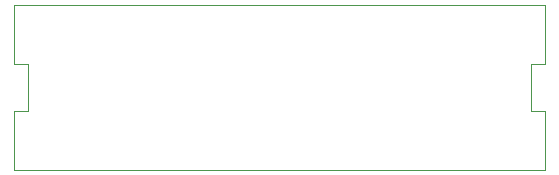
<source format=gbr>
%TF.GenerationSoftware,KiCad,Pcbnew,(6.0.0)*%
%TF.CreationDate,2022-02-18T01:59:25+09:00*%
%TF.ProjectId,mic pre,6d696320-7072-4652-9e6b-696361645f70,rev?*%
%TF.SameCoordinates,Original*%
%TF.FileFunction,Profile,NP*%
%FSLAX46Y46*%
G04 Gerber Fmt 4.6, Leading zero omitted, Abs format (unit mm)*
G04 Created by KiCad (PCBNEW (6.0.0)) date 2022-02-18 01:59:25*
%MOMM*%
%LPD*%
G01*
G04 APERTURE LIST*
%TA.AperFunction,Profile*%
%ADD10C,0.100000*%
%TD*%
%TA.AperFunction,Profile*%
%ADD11C,0.010000*%
%TD*%
G04 APERTURE END LIST*
D10*
X128500000Y-94000000D02*
X128500000Y-93000000D01*
X157200000Y-93000000D02*
X173500000Y-93000000D01*
X149400000Y-93000000D02*
X128500000Y-93000000D01*
X157200000Y-93000000D02*
X149400000Y-93000000D01*
X173500000Y-107000000D02*
X155900000Y-107000000D01*
X150900000Y-107000000D02*
X128500000Y-107000000D01*
X173500000Y-94000000D02*
X173500000Y-93000000D01*
X173500000Y-106000000D02*
X173500000Y-107000000D01*
X150900000Y-107000000D02*
X155900000Y-107000000D01*
X128500000Y-106000000D02*
X128500000Y-107000000D01*
D11*
%TO.C,J3*%
X172300000Y-102000000D02*
X172300000Y-98000000D01*
X172300000Y-98000000D02*
X173500000Y-98000000D01*
X173500000Y-98000000D02*
X173500000Y-94000000D01*
X173500000Y-106000000D02*
X173500000Y-102000000D01*
X173500000Y-102000000D02*
X172300000Y-102000000D01*
%TO.C,J2*%
X129700000Y-98000000D02*
X129700000Y-102000000D01*
X128500000Y-98000000D02*
X129700000Y-98000000D01*
X128500000Y-94000000D02*
X128500000Y-98000000D01*
X128500000Y-102000000D02*
X128500000Y-106000000D01*
X129700000Y-102000000D02*
X128500000Y-102000000D01*
%TD*%
M02*

</source>
